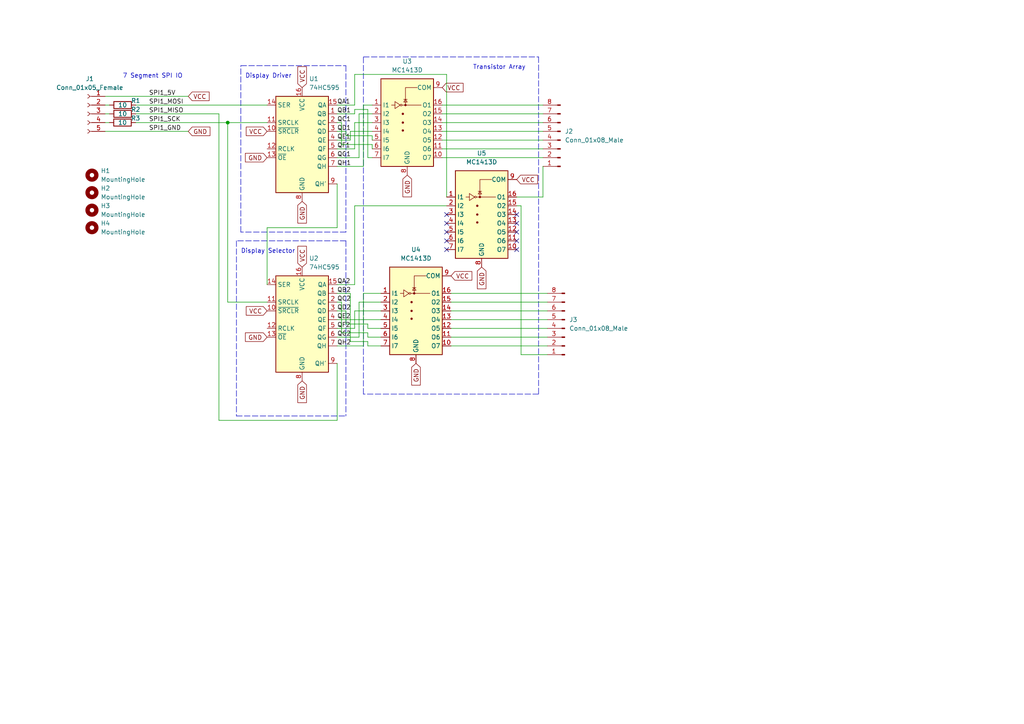
<source format=kicad_sch>
(kicad_sch (version 20211123) (generator eeschema)
  (paper "A4")
  (lib_symbols
    (symbol "74xx:74HC595"
      (property "Reference" "U" (at -7.62 13.97 0))
      (property "Value" "74HC595" (at -7.62 -16.51 0))
      (symbol "74HC595_1_0"
        (pin tri_state line (at 10.16 7.62 180) (length 2.54) (name "QB") (number "1"))
        (pin input line (at -10.16 2.54 0) (length 2.54) (name "~{SRCLR}") (number "10"))
        (pin input line (at -10.16 5.08 0) (length 2.54) (name "SRCLK") (number "11"))
        (pin input line (at -10.16 -2.54 0) (length 2.54) (name "RCLK") (number "12"))
        (pin input line (at -10.16 -5.08 0) (length 2.54) (name "~{OE}") (number "13"))
        (pin input line (at -10.16 10.16 0) (length 2.54) (name "SER") (number "14"))
        (pin tri_state line (at 10.16 10.16 180) (length 2.54) (name "QA") (number "15"))
        (pin power_in line (at 0 15.24 270) (length 2.54) (name "VCC") (number "16"))
        (pin tri_state line (at 10.16 5.08 180) (length 2.54) (name "QC") (number "2"))
        (pin tri_state line (at 10.16 2.54 180) (length 2.54) (name "QD") (number "3"))
        (pin tri_state line (at 10.16 0 180) (length 2.54) (name "QE") (number "4"))
        (pin tri_state line (at 10.16 -2.54 180) (length 2.54) (name "QF") (number "5"))
        (pin tri_state line (at 10.16 -5.08 180) (length 2.54) (name "QG") (number "6"))
        (pin tri_state line (at 10.16 -7.62 180) (length 2.54) (name "QH") (number "7"))
        (pin power_in line (at 0 -17.78 90) (length 2.54) (name "GND") (number "8"))
        (pin output line (at 10.16 -12.7 180) (length 2.54) (name "QH'") (number "9"))
      )
      (symbol "74HC595_1_1"
        (rectangle (start -7.62 12.7) (end 7.62 -15.24) (stroke (width 0.254)) (fill (type background)))
      )
    )
    (symbol "Connector:Conn_01x05_Female" (pin_names (offset 1.016) hide)
      (property "Reference" "J" (at 0 7.62 0))
      (property "Value" "Conn_01x05_Female" (at 0 -7.62 0))
      (symbol "Conn_01x05_Female_1_1"
        (arc (start 0 -4.572) (mid -0.508 -5.08) (end 0 -5.588) (stroke (width 0.1524)))
        (arc (start 0 -2.032) (mid -0.508 -2.54) (end 0 -3.048) (stroke (width 0.1524)))
        (polyline (pts (xy -1.27 -5.08) (xy -0.508 -5.08)) (stroke (width 0.1524)))
        (polyline (pts (xy -1.27 -2.54) (xy -0.508 -2.54)) (stroke (width 0.1524)))
        (polyline (pts (xy -1.27 0) (xy -0.508 0)) (stroke (width 0.1524)))
        (polyline (pts (xy -1.27 2.54) (xy -0.508 2.54)) (stroke (width 0.1524)))
        (polyline (pts (xy -1.27 5.08) (xy -0.508 5.08)) (stroke (width 0.1524)))
        (arc (start 0 0.508) (mid -0.508 0) (end 0 -0.508) (stroke (width 0.1524)))
        (arc (start 0 3.048) (mid -0.508 2.54) (end 0 2.032) (stroke (width 0.1524)))
        (arc (start 0 5.588) (mid -0.508 5.08) (end 0 4.572) (stroke (width 0.1524)))
        (pin passive line (at -5.08 5.08 0) (length 3.81) (name "Pin_1") (number "1"))
        (pin passive line (at -5.08 2.54 0) (length 3.81) (name "Pin_2") (number "2"))
        (pin passive line (at -5.08 0 0) (length 3.81) (name "Pin_3") (number "3"))
        (pin passive line (at -5.08 -2.54 0) (length 3.81) (name "Pin_4") (number "4"))
        (pin passive line (at -5.08 -5.08 0) (length 3.81) (name "Pin_5") (number "5"))
      )
    )
    (symbol "Connector:Conn_01x08_Male" (pin_names (offset 1.016) hide)
      (property "Reference" "J" (at 0 10.16 0))
      (property "Value" "Conn_01x08_Male" (at 0 -12.7 0))
      (symbol "Conn_01x08_Male_1_1"
        (polyline (pts (xy 1.27 -10.16) (xy 0.8636 -10.16)) (stroke (width 0.1524)))
        (polyline (pts (xy 1.27 -7.62) (xy 0.8636 -7.62)) (stroke (width 0.1524)))
        (polyline (pts (xy 1.27 -5.08) (xy 0.8636 -5.08)) (stroke (width 0.1524)))
        (polyline (pts (xy 1.27 -2.54) (xy 0.8636 -2.54)) (stroke (width 0.1524)))
        (polyline (pts (xy 1.27 0) (xy 0.8636 0)) (stroke (width 0.1524)))
        (polyline (pts (xy 1.27 2.54) (xy 0.8636 2.54)) (stroke (width 0.1524)))
        (polyline (pts (xy 1.27 5.08) (xy 0.8636 5.08)) (stroke (width 0.1524)))
        (polyline (pts (xy 1.27 7.62) (xy 0.8636 7.62)) (stroke (width 0.1524)))
        (rectangle (start 0.8636 -10.033) (end 0 -10.287) (stroke (width 0.1524)) (fill (type outline)))
        (rectangle (start 0.8636 -7.493) (end 0 -7.747) (stroke (width 0.1524)) (fill (type outline)))
        (rectangle (start 0.8636 -4.953) (end 0 -5.207) (stroke (width 0.1524)) (fill (type outline)))
        (rectangle (start 0.8636 -2.413) (end 0 -2.667) (stroke (width 0.1524)) (fill (type outline)))
        (rectangle (start 0.8636 0.127) (end 0 -0.127) (stroke (width 0.1524)) (fill (type outline)))
        (rectangle (start 0.8636 2.667) (end 0 2.413) (stroke (width 0.1524)) (fill (type outline)))
        (rectangle (start 0.8636 5.207) (end 0 4.953) (stroke (width 0.1524)) (fill (type outline)))
        (rectangle (start 0.8636 7.747) (end 0 7.493) (stroke (width 0.1524)) (fill (type outline)))
        (pin passive line (at 5.08 7.62 180) (length 3.81) (name "Pin_1") (number "1"))
        (pin passive line (at 5.08 5.08 180) (length 3.81) (name "Pin_2") (number "2"))
        (pin passive line (at 5.08 2.54 180) (length 3.81) (name "Pin_3") (number "3"))
        (pin passive line (at 5.08 0 180) (length 3.81) (name "Pin_4") (number "4"))
        (pin passive line (at 5.08 -2.54 180) (length 3.81) (name "Pin_5") (number "5"))
        (pin passive line (at 5.08 -5.08 180) (length 3.81) (name "Pin_6") (number "6"))
        (pin passive line (at 5.08 -7.62 180) (length 3.81) (name "Pin_7") (number "7"))
        (pin passive line (at 5.08 -10.16 180) (length 3.81) (name "Pin_8") (number "8"))
      )
    )
    (symbol "Device:R" (pin_numbers hide) (pin_names (offset 0))
      (property "Reference" "R" (at 2.032 0 90))
      (property "Value" "R" (at 0 0 90))
      (symbol "R_0_1"
        (rectangle (start -1.016 -2.54) (end 1.016 2.54) (stroke (width 0.254)))
      )
      (symbol "R_1_1"
        (pin passive line (at 0 3.81 270) (length 1.27) (name "~") (number "1"))
        (pin passive line (at 0 -3.81 90) (length 1.27) (name "~") (number "2"))
      )
    )
    (symbol "Mechanical:MountingHole" (pin_names (offset 1.016))
      (property "Reference" "H" (at 0 5.08 0))
      (property "Value" "MountingHole" (at 0 3.175 0))
      (symbol "MountingHole_0_1"
        (circle (center 0 0) (radius 1.27) (stroke (width 1.27)))
      )
    )
    (symbol "Transistor_Array:MC1413D"
      (property "Reference" "U" (at 0 15.875 0))
      (property "Value" "MC1413D" (at 0 13.97 0))
      (symbol "MC1413D_0_1"
        (rectangle (start -7.62 -12.7) (end 7.62 12.7) (stroke (width 0.254)) (fill (type background)))
        (circle (center -1.778 5.08) (radius 0.254))
        (circle (center -1.27 -2.286) (radius 0.254) (fill (type outline)))
        (circle (center -1.27 0) (radius 0.254) (fill (type outline)))
        (circle (center -1.27 2.54) (radius 0.254) (fill (type outline)))
        (circle (center -0.508 5.08) (radius 0.254) (fill (type outline)))
        (polyline (pts (xy -4.572 5.08) (xy -3.556 5.08)))
        (polyline (pts (xy -1.524 5.08) (xy 4.064 5.08)))
        (polyline (pts (xy 0 6.731) (xy -1.016 6.731)))
        (polyline (pts (xy -0.508 5.08) (xy -0.508 10.16) (xy 2.921 10.16)))
        (polyline (pts (xy -3.556 6.096) (xy -3.556 4.064) (xy -2.032 5.08) (xy -3.556 6.096)))
        (polyline (pts (xy 0 5.969) (xy -1.016 5.969) (xy -0.508 6.731) (xy 0 5.969)))
      )
      (symbol "MC1413D_1_1"
        (pin input line (at -10.16 5.08 0) (length 2.54) (name "I1") (number "1"))
        (pin open_collector line (at 10.16 -10.16 180) (length 2.54) (name "O7") (number "10"))
        (pin open_collector line (at 10.16 -7.62 180) (length 2.54) (name "O6") (number "11"))
        (pin open_collector line (at 10.16 -5.08 180) (length 2.54) (name "O5") (number "12"))
        (pin open_collector line (at 10.16 -2.54 180) (length 2.54) (name "O4") (number "13"))
        (pin open_collector line (at 10.16 0 180) (length 2.54) (name "O3") (number "14"))
        (pin open_collector line (at 10.16 2.54 180) (length 2.54) (name "O2") (number "15"))
        (pin open_collector line (at 10.16 5.08 180) (length 2.54) (name "O1") (number "16"))
        (pin input line (at -10.16 2.54 0) (length 2.54) (name "I2") (number "2"))
        (pin input line (at -10.16 0 0) (length 2.54) (name "I3") (number "3"))
        (pin input line (at -10.16 -2.54 0) (length 2.54) (name "I4") (number "4"))
        (pin input line (at -10.16 -5.08 0) (length 2.54) (name "I5") (number "5"))
        (pin input line (at -10.16 -7.62 0) (length 2.54) (name "I6") (number "6"))
        (pin input line (at -10.16 -10.16 0) (length 2.54) (name "I7") (number "7"))
        (pin power_in line (at 0 -15.24 90) (length 2.54) (name "GND") (number "8"))
        (pin passive line (at 10.16 10.16 180) (length 2.54) (name "COM") (number "9"))
      )
    )
  )
  (junction (at 66.04 35.56))
  (no_connect (at 149.86 64.77))
  (no_connect (at 149.86 62.23))
  (no_connect (at 149.86 67.31))
  (no_connect (at 149.86 69.85))
  (no_connect (at 129.54 62.23))
  (no_connect (at 129.54 64.77))
  (no_connect (at 129.54 67.31))
  (no_connect (at 129.54 69.85))
  (no_connect (at 129.54 72.39))
  (no_connect (at 149.86 72.39))
  (wire (pts (xy 97.79 38.1) (xy 100.33 38.1)))
  (wire (pts (xy 97.79 92.71) (xy 110.49 92.71)))
  (wire (pts (xy 130.81 85.09) (xy 158.75 85.09)))
  (polyline (pts (xy 100.33 69.85) (xy 68.58 69.85)))
  (wire (pts (xy 102.87 95.25) (xy 102.87 90.17)))
  (wire (pts (xy 30.48 35.56) (xy 31.7174 35.56)))
  (polyline (pts (xy 156.21 16.51) (xy 156.21 114.3)))
  (polyline (pts (xy 105.41 114.3) (xy 105.41 16.51)))
  (wire (pts (xy 130.81 92.71) (xy 158.75 92.71)))
  (wire (pts (xy 104.14 97.79) (xy 104.14 87.63)))
  (wire (pts (xy 106.68 95.25) (xy 106.68 93.98)))
  (wire (pts (xy 104.14 33.02) (xy 107.95 33.02)))
  (wire (pts (xy 30.48 38.1) (xy 54.61 38.1)))
  (wire (pts (xy 99.06 35.56) (xy 99.06 41.91)))
  (wire (pts (xy 97.79 95.25) (xy 102.87 95.25)))
  (wire (pts (xy 97.79 33.02) (xy 102.87 33.02)))
  (wire (pts (xy 66.04 87.63) (xy 77.47 87.63)))
  (wire (pts (xy 97.79 90.17) (xy 100.33 90.17)))
  (wire (pts (xy 104.14 45.72) (xy 104.14 33.02)))
  (wire (pts (xy 63.5 121.92) (xy 63.5 33.02)))
  (wire (pts (xy 97.79 121.92) (xy 63.5 121.92)))
  (wire (pts (xy 99.06 87.63) (xy 99.06 96.52)))
  (polyline (pts (xy 100.33 67.31) (xy 69.85 67.31)))
  (wire (pts (xy 77.47 66.04) (xy 97.79 66.04)))
  (wire (pts (xy 97.79 82.55) (xy 102.87 82.55)))
  (wire (pts (xy 101.6 40.64) (xy 101.6 38.1)))
  (wire (pts (xy 102.87 31.75) (xy 106.68 31.75)))
  (wire (pts (xy 104.14 87.63) (xy 110.49 87.63)))
  (wire (pts (xy 102.87 43.18) (xy 102.87 35.56)))
  (wire (pts (xy 128.27 30.48) (xy 157.48 30.48)))
  (polyline (pts (xy 69.85 67.31) (xy 69.85 19.05)))
  (wire (pts (xy 105.41 30.48) (xy 107.95 30.48)))
  (wire (pts (xy 102.87 30.48) (xy 102.87 21.59)))
  (wire (pts (xy 97.79 105.41) (xy 97.79 121.92)))
  (wire (pts (xy 102.87 59.69) (xy 129.54 59.69)))
  (wire (pts (xy 149.86 57.15) (xy 157.48 57.15)))
  (wire (pts (xy 106.68 100.33) (xy 106.68 99.06)))
  (wire (pts (xy 157.48 57.15) (xy 157.48 48.26)))
  (wire (pts (xy 102.87 33.02) (xy 102.87 31.75)))
  (wire (pts (xy 128.27 40.64) (xy 157.48 40.64)))
  (wire (pts (xy 128.27 35.56) (xy 157.48 35.56)))
  (wire (pts (xy 110.49 100.33) (xy 106.68 100.33)))
  (wire (pts (xy 66.04 35.56) (xy 66.04 87.63)))
  (polyline (pts (xy 69.85 19.05) (xy 100.33 19.05)))
  (wire (pts (xy 110.49 95.25) (xy 106.68 95.25)))
  (wire (pts (xy 129.54 21.59) (xy 129.54 57.15)))
  (polyline (pts (xy 68.58 120.65) (xy 100.33 120.65)))
  (wire (pts (xy 100.33 39.37) (xy 107.95 39.37)))
  (wire (pts (xy 97.79 85.09) (xy 101.6 85.09)))
  (wire (pts (xy 151.13 59.69) (xy 151.13 102.87)))
  (wire (pts (xy 39.3374 35.56) (xy 66.04 35.56)))
  (wire (pts (xy 128.27 38.1) (xy 157.48 38.1)))
  (wire (pts (xy 100.33 90.17) (xy 100.33 93.98)))
  (wire (pts (xy 102.87 82.55) (xy 102.87 59.69)))
  (wire (pts (xy 101.6 99.06) (xy 101.6 85.09)))
  (wire (pts (xy 97.79 66.04) (xy 97.79 53.34)))
  (wire (pts (xy 97.79 100.33) (xy 105.41 100.33)))
  (wire (pts (xy 66.04 35.56) (xy 77.47 35.56)))
  (wire (pts (xy 106.68 45.72) (xy 107.95 45.72)))
  (wire (pts (xy 97.79 48.26) (xy 105.41 48.26)))
  (wire (pts (xy 130.81 97.79) (xy 158.75 97.79)))
  (wire (pts (xy 100.33 38.1) (xy 100.33 39.37)))
  (wire (pts (xy 107.95 39.37) (xy 107.95 40.64)))
  (wire (pts (xy 77.47 66.04) (xy 77.47 82.55)))
  (polyline (pts (xy 100.33 69.85) (xy 100.33 120.65)))
  (wire (pts (xy 128.27 45.72) (xy 157.48 45.72)))
  (polyline (pts (xy 68.58 69.85) (xy 68.58 120.65)))
  (wire (pts (xy 97.79 45.72) (xy 104.14 45.72)))
  (wire (pts (xy 130.81 95.25) (xy 158.75 95.25)))
  (wire (pts (xy 110.49 97.79) (xy 106.68 97.79)))
  (wire (pts (xy 97.79 87.63) (xy 99.06 87.63)))
  (wire (pts (xy 105.41 48.26) (xy 105.41 30.48)))
  (wire (pts (xy 30.48 30.48) (xy 31.75 30.48)))
  (wire (pts (xy 151.13 102.87) (xy 158.75 102.87)))
  (polyline (pts (xy 156.21 114.3) (xy 105.41 114.3)))
  (wire (pts (xy 130.81 90.17) (xy 158.75 90.17)))
  (wire (pts (xy 128.27 33.02) (xy 157.48 33.02)))
  (wire (pts (xy 102.87 21.59) (xy 129.54 21.59)))
  (wire (pts (xy 106.68 93.98) (xy 100.33 93.98)))
  (wire (pts (xy 39.37 33.02) (xy 63.5 33.02)))
  (wire (pts (xy 97.79 43.18) (xy 102.87 43.18)))
  (wire (pts (xy 39.37 30.48) (xy 77.47 30.48)))
  (polyline (pts (xy 105.41 16.51) (xy 156.21 16.51)))
  (wire (pts (xy 97.79 30.48) (xy 102.87 30.48)))
  (wire (pts (xy 97.79 97.79) (xy 104.14 97.79)))
  (wire (pts (xy 149.86 59.69) (xy 151.13 59.69)))
  (wire (pts (xy 130.81 100.33) (xy 158.75 100.33)))
  (wire (pts (xy 102.87 90.17) (xy 110.49 90.17)))
  (wire (pts (xy 130.81 87.63) (xy 158.75 87.63)))
  (wire (pts (xy 97.79 40.64) (xy 101.6 40.64)))
  (wire (pts (xy 106.68 96.52) (xy 99.06 96.52)))
  (wire (pts (xy 101.6 38.1) (xy 107.95 38.1)))
  (wire (pts (xy 106.68 99.06) (xy 101.6 99.06)))
  (wire (pts (xy 128.27 43.18) (xy 157.48 43.18)))
  (polyline (pts (xy 100.33 19.05) (xy 100.33 67.31)))
  (wire (pts (xy 99.06 41.91) (xy 107.95 41.91)))
  (wire (pts (xy 30.48 27.94) (xy 54.61 27.94)))
  (wire (pts (xy 106.68 31.75) (xy 106.68 45.72)))
  (wire (pts (xy 106.68 97.79) (xy 106.68 96.52)))
  (wire (pts (xy 105.41 100.33) (xy 105.41 85.09)))
  (wire (pts (xy 107.95 41.91) (xy 107.95 43.18)))
  (wire (pts (xy 105.41 85.09) (xy 110.49 85.09)))
  (wire (pts (xy 97.79 35.56) (xy 99.06 35.56)))
  (wire (pts (xy 102.87 35.56) (xy 107.95 35.56)))
  (wire (pts (xy 30.48 33.02) (xy 31.75 33.02)))
  (text "Transistor Array" (at 137.16 20.32 0) (effects (font (size 1.27 1.27)) (justify left bottom)))
  (text "7 Segment SPI IO" (at 35.56 22.86 0) (effects (font (size 1.27 1.27)) (justify left bottom)))
  (text "Display Driver" (at 71.12 22.86 0) (effects (font (size 1.27 1.27)) (justify left bottom)))
  (text "Display Selector" (at 69.85 73.66 0) (effects (font (size 1.27 1.27)) (justify left bottom)))
  (label "QB2" (at 97.79 85.09 0))
  (label "QG1" (at 97.79 45.72 0))
  (label "QF1" (at 97.79 43.18 0))
  (label "SPI1_5V" (at 43.18 27.94 0))
  (label "QC2" (at 97.79 87.63 0))
  (label "QB1" (at 97.79 33.02 0))
  (label "SPI1_MISO" (at 43.18 33.02 0))
  (label "SPI1_MOSI" (at 43.18 30.48 0))
  (label "QE1" (at 97.79 40.64 0))
  (label "QA1" (at 97.79 30.48 0))
  (label "QA2" (at 97.79 82.55 0))
  (label "QF2" (at 97.79 95.25 0))
  (label "SPI1_GND" (at 43.18 38.1 0))
  (label "QD1" (at 97.79 38.1 0))
  (label "QE2" (at 97.79 92.71 0))
  (label "QH1" (at 97.79 48.26 0))
  (label "QG2" (at 97.79 97.79 0))
  (label "QC1" (at 97.79 35.56 0))
  (label "QH2" (at 97.79 100.33 0))
  (label "SPI1_SCK" (at 43.18 35.56 0))
  (label "QD2" (at 97.79 90.17 0))
  (global_label "GND" (shape input) (at 87.63 110.49 270) (property "Intersheet References" "${INTERSHEET_REFS}" (effects hide)))
  (global_label "VCC" (shape input) (at 77.47 90.17 180) (property "Intersheet References" "${INTERSHEET_REFS}" (effects hide)))
  (global_label "GND" (shape input) (at 120.65 105.41 270) (property "Intersheet References" "${INTERSHEET_REFS}" (effects hide)))
  (global_label "GND" (shape input) (at 77.47 97.79 180) (property "Intersheet References" "${INTERSHEET_REFS}" (effects hide)))
  (global_label "VCC" (shape input) (at 87.63 25.4 90) (property "Intersheet References" "${INTERSHEET_REFS}" (effects hide)))
  (global_label "VCC" (shape input) (at 77.47 38.1 180) (property "Intersheet References" "${INTERSHEET_REFS}" (effects hide)))
  (global_label "VCC" (shape input) (at 149.86 52.07 0) (property "Intersheet References" "${INTERSHEET_REFS}" (effects hide)))
  (global_label "GND" (shape input) (at 118.11 50.8 270) (property "Intersheet References" "${INTERSHEET_REFS}" (effects hide)))
  (global_label "VCC" (shape input) (at 87.63 77.47 90) (property "Intersheet References" "${INTERSHEET_REFS}" (effects hide)))
  (global_label "VCC" (shape input) (at 54.61 27.94 0) (property "Intersheet References" "${INTERSHEET_REFS}" (effects hide)))
  (global_label "GND" (shape input) (at 54.61 38.1 0) (property "Intersheet References" "${INTERSHEET_REFS}" (effects hide)))
  (global_label "GND" (shape input) (at 87.63 58.42 270) (property "Intersheet References" "${INTERSHEET_REFS}" (effects hide)))
  (global_label "GND" (shape input) (at 77.47 45.72 180) (property "Intersheet References" "${INTERSHEET_REFS}" (effects hide)))
  (global_label "VCC" (shape input) (at 128.27 25.4 0) (property "Intersheet References" "${INTERSHEET_REFS}" (effects hide)))
  (global_label "GND" (shape input) (at 139.7 77.47 270) (property "Intersheet References" "${INTERSHEET_REFS}" (effects hide)))
  (global_label "VCC" (shape input) (at 130.81 80.01 0) (property "Intersheet References" "${INTERSHEET_REFS}" (effects hide)))
  (symbol (lib_id "Mechanical:MountingHole") (at 26.67 55.88 0) (unit 1)
    (property "Reference" "H2" (at 29.21 54.6099 0) (effects (justify left)))
    (property "Value" "MountingHole" (at 29.21 57.1499 0) (effects (justify left)))
    (property "Footprint" "MountingHole:MountingHole_2.2mm_M2" (effects hide))
  )
  (symbol (lib_id "Transistor_Array:MC1413D") (at 120.65 90.17 0) (unit 1)
    (property "Reference" "U4" (at 120.65 72.39 0))
    (property "Value" "MC1413D" (at 120.65 74.93 0))
    (property "Footprint" "Package_SO:SOIC-16_3.9x9.9mm_P1.27mm" (effects hide))
    (property "Datasheet" "http://www.onsemi.com/pub_link/Collateral/MC1413-D.PDF" (effects hide))
  )
  (symbol (lib_id "Device:R") (at 35.5274 35.56 90) (unit 1)
    (property "Reference" "R3" (at 39.3374 34.29 90))
    (property "Value" "10" (at 35.5274 35.56 90))
    (property "Footprint" "Resistor_SMD:R_0805_2012Metric_Pad1.20x1.40mm_HandSolder" (effects hide))
  )
  (symbol (lib_id "74xx:74HC595") (at 87.63 40.64 0) (unit 1)
    (property "Reference" "U1" (at 89.6494 22.86 0) (effects (justify left)))
    (property "Value" "74HC595" (at 89.6494 25.4 0) (effects (justify left)))
    (property "Footprint" "74HC595:SO16" (effects hide))
    (property "Datasheet" "http://www.ti.com/lit/ds/symlink/sn74hc595.pdf" (effects hide))
  )
  (symbol (lib_id "Connector:Conn_01x05_Female") (at 25.4 33.02 0) (mirror y) (unit 1)
    (property "Reference" "J1" (at 26.035 22.86 0))
    (property "Value" "Conn_01x05_Female" (at 26.035 25.4 0))
    (property "Footprint" "Connector_PinSocket_2.54mm:PinSocket_1x05_P2.54mm_Vertical" (effects hide))
  )
  (symbol (lib_id "Mechanical:MountingHole") (at 26.67 50.8 0) (unit 1)
    (property "Reference" "H1" (at 29.21 49.5299 0) (effects (justify left)))
    (property "Value" "MountingHole" (at 29.21 52.0699 0) (effects (justify left)))
    (property "Footprint" "MountingHole:MountingHole_2.2mm_M2" (effects hide))
  )
  (symbol (lib_id "Connector:Conn_01x08_Male") (at 162.56 40.64 180) (unit 1)
    (property "Reference" "J2" (at 163.83 38.0999 0) (effects (justify right)))
    (property "Value" "Conn_01x08_Male" (at 163.83 40.6399 0) (effects (justify right)))
    (property "Footprint" "Connector_PinHeader_2.54mm:PinHeader_1x08_P2.54mm_Vertical" (effects hide))
  )
  (symbol (lib_id "Mechanical:MountingHole") (at 26.67 60.96 0) (unit 1)
    (property "Reference" "H3" (at 29.21 59.6899 0) (effects (justify left)))
    (property "Value" "MountingHole" (at 29.21 62.2299 0) (effects (justify left)))
    (property "Footprint" "MountingHole:MountingHole_2.2mm_M2" (effects hide))
  )
  (symbol (lib_id "Transistor_Array:MC1413D") (at 118.11 35.56 0) (unit 1)
    (property "Reference" "U3" (at 118.11 17.78 0))
    (property "Value" "MC1413D" (at 118.11 20.32 0))
    (property "Footprint" "Package_SO:SOIC-16_3.9x9.9mm_P1.27mm" (effects hide))
    (property "Datasheet" "http://www.onsemi.com/pub_link/Collateral/MC1413-D.PDF" (effects hide))
  )
  (symbol (lib_id "74xx:74HC595") (at 87.63 92.71 0) (unit 1)
    (property "Reference" "U2" (at 89.6494 74.93 0) (effects (justify left)))
    (property "Value" "74HC595" (at 89.6494 77.47 0) (effects (justify left)))
    (property "Footprint" "74HC595:SO16" (effects hide))
    (property "Datasheet" "http://www.ti.com/lit/ds/symlink/sn74hc595.pdf" (effects hide))
  )
  (symbol (lib_id "Mechanical:MountingHole") (at 26.67 66.04 0) (unit 1)
    (property "Reference" "H4" (at 29.21 64.7699 0) (effects (justify left)))
    (property "Value" "MountingHole" (at 29.21 67.3099 0) (effects (justify left)))
    (property "Footprint" "MountingHole:MountingHole_2.2mm_M2" (effects hide))
  )
  (symbol (lib_id "Connector:Conn_01x08_Male") (at 163.83 95.25 180) (unit 1)
    (property "Reference" "J3" (at 165.1 92.7099 0) (effects (justify right)))
    (property "Value" "Conn_01x08_Male" (at 165.1 95.2499 0) (effects (justify right)))
    (property "Footprint" "Connector_PinHeader_2.54mm:PinHeader_1x08_P2.54mm_Vertical" (effects hide))
  )
  (symbol (lib_id "Device:R") (at 35.56 30.48 90) (unit 1)
    (property "Reference" "R1" (at 39.37 29.21 90))
    (property "Value" "10" (at 35.56 30.48 90))
    (property "Footprint" "Resistor_SMD:R_0805_2012Metric_Pad1.20x1.40mm_HandSolder" (effects hide))
  )
  (symbol (lib_id "Device:R") (at 35.56 33.02 90) (unit 1)
    (property "Reference" "R2" (at 39.37 31.75 90))
    (property "Value" "10" (at 35.56 33.02 90))
    (property "Footprint" "Resistor_SMD:R_0805_2012Metric_Pad1.20x1.40mm_HandSolder" (effects hide))
  )
  (symbol (lib_id "Transistor_Array:MC1413D") (at 139.7 62.23 0) (unit 1)
    (property "Reference" "U5" (at 139.7 44.45 0))
    (property "Value" "MC1413D" (at 139.7 46.99 0))
    (property "Footprint" "Package_SO:SOIC-16_3.9x9.9mm_P1.27mm" (effects hide))
    (property "Datasheet" "http://www.onsemi.com/pub_link/Collateral/MC1413-D.PDF" (effects hide))
  )
)
</source>
